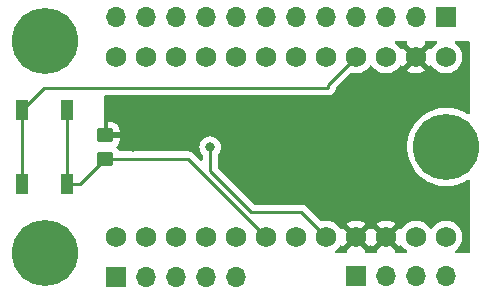
<source format=gbl>
G04 #@! TF.GenerationSoftware,KiCad,Pcbnew,(6.0.10)*
G04 #@! TF.CreationDate,2023-05-08T16:14:21+03:00*
G04 #@! TF.ProjectId,trinteract,7472696e-7465-4726-9163-742e6b696361,rev?*
G04 #@! TF.SameCoordinates,Original*
G04 #@! TF.FileFunction,Copper,L2,Bot*
G04 #@! TF.FilePolarity,Positive*
%FSLAX46Y46*%
G04 Gerber Fmt 4.6, Leading zero omitted, Abs format (unit mm)*
G04 Created by KiCad (PCBNEW (6.0.10)) date 2023-05-08 16:14:21*
%MOMM*%
%LPD*%
G01*
G04 APERTURE LIST*
G04 Aperture macros list*
%AMRoundRect*
0 Rectangle with rounded corners*
0 $1 Rounding radius*
0 $2 $3 $4 $5 $6 $7 $8 $9 X,Y pos of 4 corners*
0 Add a 4 corners polygon primitive as box body*
4,1,4,$2,$3,$4,$5,$6,$7,$8,$9,$2,$3,0*
0 Add four circle primitives for the rounded corners*
1,1,$1+$1,$2,$3*
1,1,$1+$1,$4,$5*
1,1,$1+$1,$6,$7*
1,1,$1+$1,$8,$9*
0 Add four rect primitives between the rounded corners*
20,1,$1+$1,$2,$3,$4,$5,0*
20,1,$1+$1,$4,$5,$6,$7,0*
20,1,$1+$1,$6,$7,$8,$9,0*
20,1,$1+$1,$8,$9,$2,$3,0*%
G04 Aperture macros list end*
G04 #@! TA.AperFunction,ComponentPad*
%ADD10C,5.600000*%
G04 #@! TD*
G04 #@! TA.AperFunction,ComponentPad*
%ADD11C,1.752600*%
G04 #@! TD*
G04 #@! TA.AperFunction,SMDPad,CuDef*
%ADD12R,1.000000X1.700000*%
G04 #@! TD*
G04 #@! TA.AperFunction,ComponentPad*
%ADD13R,1.700000X1.700000*%
G04 #@! TD*
G04 #@! TA.AperFunction,ComponentPad*
%ADD14O,1.700000X1.700000*%
G04 #@! TD*
G04 #@! TA.AperFunction,SMDPad,CuDef*
%ADD15RoundRect,0.250000X0.450000X-0.350000X0.450000X0.350000X-0.450000X0.350000X-0.450000X-0.350000X0*%
G04 #@! TD*
G04 #@! TA.AperFunction,ViaPad*
%ADD16C,0.800000*%
G04 #@! TD*
G04 #@! TA.AperFunction,Conductor*
%ADD17C,0.250000*%
G04 #@! TD*
G04 APERTURE END LIST*
D10*
G04 #@! TO.P,H3,1*
G04 #@! TO.N,N/C*
X159000000Y-101000000D03*
G04 #@! TD*
G04 #@! TO.P,H1,1*
G04 #@! TO.N,N/C*
X125000000Y-92000000D03*
G04 #@! TD*
G04 #@! TO.P,H2,1*
G04 #@! TO.N,N/C*
X125000000Y-110000000D03*
G04 #@! TD*
D11*
G04 #@! TO.P,U2,1,TX*
G04 #@! TO.N,Net-(U2-Pad1)*
X158970000Y-108620000D03*
G04 #@! TO.P,U2,2,RX*
G04 #@! TO.N,Net-(U2-Pad2)*
X156430000Y-108620000D03*
G04 #@! TO.P,U2,3,GND*
G04 #@! TO.N,GND*
X153890000Y-108620000D03*
G04 #@! TO.P,U2,4,GND*
X151350000Y-108620000D03*
G04 #@! TO.P,U2,5,SDA*
G04 #@! TO.N,Net-(R3-Pad2)*
X148810000Y-108620000D03*
G04 #@! TO.P,U2,6,SCL*
G04 #@! TO.N,Net-(R1-Pad2)*
X146270000Y-108620000D03*
G04 #@! TO.P,U2,7,D4*
G04 #@! TO.N,Net-(R4-Pad1)*
X143730000Y-108620000D03*
G04 #@! TO.P,U2,8,D5*
G04 #@! TO.N,Net-(U2-Pad8)*
X141190000Y-108620000D03*
G04 #@! TO.P,U2,9,D6*
G04 #@! TO.N,Net-(U2-Pad9)*
X138650000Y-108620000D03*
G04 #@! TO.P,U2,10,D7*
G04 #@! TO.N,Net-(U2-Pad10)*
X136110000Y-108620000D03*
G04 #@! TO.P,U2,11,D8*
G04 #@! TO.N,Net-(U2-Pad11)*
X133570000Y-108620000D03*
G04 #@! TO.P,U2,12,D9*
G04 #@! TO.N,Net-(U2-Pad12)*
X131030000Y-108620000D03*
G04 #@! TO.P,U2,13,D10*
G04 #@! TO.N,Net-(U2-Pad13)*
X131030000Y-93380000D03*
G04 #@! TO.P,U2,14,MOSI*
G04 #@! TO.N,Net-(U2-Pad14)*
X133570000Y-93380000D03*
G04 #@! TO.P,U2,15,MISO*
G04 #@! TO.N,Net-(U2-Pad15)*
X136110000Y-93380000D03*
G04 #@! TO.P,U2,16,SCLK*
G04 #@! TO.N,Net-(U2-Pad16)*
X138650000Y-93380000D03*
G04 #@! TO.P,U2,17,A0*
G04 #@! TO.N,Net-(U2-Pad17)*
X141190000Y-93380000D03*
G04 #@! TO.P,U2,18,A1*
G04 #@! TO.N,Net-(U2-Pad18)*
X143730000Y-93380000D03*
G04 #@! TO.P,U2,19,A2*
G04 #@! TO.N,Net-(U2-Pad19)*
X146270000Y-93380000D03*
G04 #@! TO.P,U2,20,A3*
G04 #@! TO.N,Net-(U2-Pad20)*
X148810000Y-93380000D03*
G04 #@! TO.P,U2,21,VCC*
G04 #@! TO.N,+3.3V*
X151350000Y-93380000D03*
G04 #@! TO.P,U2,22,RST*
G04 #@! TO.N,Net-(U2-Pad22)*
X153890000Y-93380000D03*
G04 #@! TO.P,U2,23,GND*
G04 #@! TO.N,GND*
X156430000Y-93380000D03*
G04 #@! TO.P,U2,24,RAW*
G04 #@! TO.N,Net-(U2-Pad24)*
X158970000Y-93380000D03*
G04 #@! TD*
D12*
G04 #@! TO.P,SW1,1,1*
G04 #@! TO.N,+3.3V*
X123100000Y-104150000D03*
X123100000Y-97850000D03*
G04 #@! TO.P,SW1,2,2*
G04 #@! TO.N,Net-(R4-Pad1)*
X126900000Y-104150000D03*
X126900000Y-97850000D03*
G04 #@! TD*
D13*
G04 #@! TO.P,J3,1,Pin_1*
G04 #@! TO.N,GND*
X151370000Y-111955000D03*
D14*
G04 #@! TO.P,J3,2,Pin_2*
X153910000Y-111955000D03*
G04 #@! TO.P,J3,3,Pin_3*
G04 #@! TO.N,Net-(U2-Pad2)*
X156450000Y-111955000D03*
G04 #@! TO.P,J3,4,Pin_4*
G04 #@! TO.N,Net-(U2-Pad1)*
X158990000Y-111955000D03*
G04 #@! TD*
D13*
G04 #@! TO.P,J1,1,Pin_1*
G04 #@! TO.N,Net-(U2-Pad24)*
X159000000Y-90000000D03*
D14*
G04 #@! TO.P,J1,2,Pin_2*
G04 #@! TO.N,GND*
X156460000Y-90000000D03*
G04 #@! TO.P,J1,3,Pin_3*
G04 #@! TO.N,Net-(U2-Pad22)*
X153920000Y-90000000D03*
G04 #@! TO.P,J1,4,Pin_4*
G04 #@! TO.N,+3.3V*
X151380000Y-90000000D03*
G04 #@! TO.P,J1,5,Pin_5*
G04 #@! TO.N,Net-(U2-Pad20)*
X148840000Y-90000000D03*
G04 #@! TO.P,J1,6,Pin_6*
G04 #@! TO.N,Net-(U2-Pad19)*
X146300000Y-90000000D03*
G04 #@! TO.P,J1,7,Pin_7*
G04 #@! TO.N,Net-(U2-Pad18)*
X143760000Y-90000000D03*
G04 #@! TO.P,J1,8,Pin_8*
G04 #@! TO.N,Net-(U2-Pad17)*
X141220000Y-90000000D03*
G04 #@! TO.P,J1,9,Pin_9*
G04 #@! TO.N,Net-(U2-Pad16)*
X138680000Y-90000000D03*
G04 #@! TO.P,J1,10,Pin_10*
G04 #@! TO.N,Net-(U2-Pad15)*
X136140000Y-90000000D03*
G04 #@! TO.P,J1,11,Pin_11*
G04 #@! TO.N,Net-(U2-Pad14)*
X133600000Y-90000000D03*
G04 #@! TO.P,J1,12,Pin_12*
G04 #@! TO.N,Net-(U2-Pad13)*
X131060000Y-90000000D03*
G04 #@! TD*
D15*
G04 #@! TO.P,R4,1*
G04 #@! TO.N,Net-(R4-Pad1)*
X130125000Y-102000000D03*
G04 #@! TO.P,R4,2*
G04 #@! TO.N,GND*
X130125000Y-100000000D03*
G04 #@! TD*
D13*
G04 #@! TO.P,J2,1,Pin_1*
G04 #@! TO.N,Net-(U2-Pad12)*
X131025000Y-112000000D03*
D14*
G04 #@! TO.P,J2,2,Pin_2*
G04 #@! TO.N,Net-(U2-Pad11)*
X133565000Y-112000000D03*
G04 #@! TO.P,J2,3,Pin_3*
G04 #@! TO.N,Net-(U2-Pad10)*
X136105000Y-112000000D03*
G04 #@! TO.P,J2,4,Pin_4*
G04 #@! TO.N,Net-(U2-Pad9)*
X138645000Y-112000000D03*
G04 #@! TO.P,J2,5,Pin_5*
G04 #@! TO.N,Net-(U2-Pad8)*
X141185000Y-112000000D03*
G04 #@! TD*
D16*
G04 #@! TO.N,GND*
X132500000Y-101000000D03*
X142000000Y-98500000D03*
X142500000Y-103500000D03*
G04 #@! TO.N,Net-(R3-Pad2)*
X139000000Y-101000000D03*
G04 #@! TD*
D17*
G04 #@! TO.N,+3.3V*
X149000000Y-96000000D02*
X149000000Y-95730000D01*
X124950000Y-96000000D02*
X130000000Y-96000000D01*
X123100000Y-97850000D02*
X123100000Y-104150000D01*
X123100000Y-97850000D02*
X124950000Y-96000000D01*
X129750000Y-96000000D02*
X149000000Y-96000000D01*
X149000000Y-95730000D02*
X151350000Y-93380000D01*
G04 #@! TO.N,Net-(R3-Pad2)*
X139000000Y-103000000D02*
X142500000Y-106500000D01*
X142500000Y-106500000D02*
X146690000Y-106500000D01*
X146690000Y-106500000D02*
X148810000Y-108620000D01*
X139000000Y-101000000D02*
X139000000Y-103000000D01*
G04 #@! TO.N,Net-(R4-Pad1)*
X126900000Y-104150000D02*
X127975000Y-104150000D01*
X130125000Y-102000000D02*
X137110000Y-102000000D01*
X126900000Y-97850000D02*
X126900000Y-104150000D01*
X127975000Y-104150000D02*
X130125000Y-102000000D01*
X137110000Y-102000000D02*
X143730000Y-108620000D01*
G04 #@! TD*
G04 #@! TA.AperFunction,Conductor*
G04 #@! TO.N,GND*
G36*
X155652764Y-92020002D02*
G01*
X155699257Y-92073658D01*
X155709361Y-92143932D01*
X155679867Y-92208512D01*
X155661154Y-92225960D01*
X155652436Y-92237640D01*
X155659180Y-92249970D01*
X156417188Y-93007978D01*
X156431132Y-93015592D01*
X156432965Y-93015461D01*
X156439580Y-93011210D01*
X157202115Y-92248675D01*
X157209136Y-92235819D01*
X157201364Y-92225153D01*
X157201024Y-92224884D01*
X157195790Y-92217502D01*
X157191183Y-92211179D01*
X157191265Y-92211120D01*
X157159960Y-92166968D01*
X157156727Y-92096045D01*
X157192350Y-92034632D01*
X157255521Y-92002229D01*
X157279114Y-92000000D01*
X158123812Y-92000000D01*
X158191933Y-92020002D01*
X158238426Y-92073658D01*
X158248530Y-92143932D01*
X158219036Y-92208512D01*
X158199466Y-92226759D01*
X158047444Y-92340900D01*
X157890120Y-92505530D01*
X157803477Y-92632545D01*
X157748568Y-92677545D01*
X157678044Y-92685716D01*
X157614296Y-92654462D01*
X157593599Y-92629978D01*
X157582083Y-92612178D01*
X157571398Y-92602975D01*
X157561831Y-92607379D01*
X156802022Y-93367188D01*
X156794408Y-93381132D01*
X156794539Y-93382965D01*
X156798790Y-93389580D01*
X157559320Y-94150110D01*
X157571330Y-94156669D01*
X157583071Y-94147700D01*
X157598245Y-94126582D01*
X157654239Y-94082934D01*
X157724942Y-94076487D01*
X157787907Y-94109289D01*
X157808000Y-94134271D01*
X157816747Y-94148545D01*
X157845990Y-94196264D01*
X157848692Y-94200674D01*
X157997786Y-94372793D01*
X158172989Y-94518249D01*
X158177441Y-94520851D01*
X158177446Y-94520854D01*
X158364360Y-94630078D01*
X158369597Y-94633138D01*
X158582329Y-94714372D01*
X158587395Y-94715403D01*
X158587396Y-94715403D01*
X158639630Y-94726030D01*
X158805472Y-94759771D01*
X158930256Y-94764347D01*
X159027870Y-94767927D01*
X159027875Y-94767927D01*
X159033034Y-94768116D01*
X159038154Y-94767460D01*
X159038156Y-94767460D01*
X159145894Y-94753658D01*
X159258903Y-94739181D01*
X159263852Y-94737696D01*
X159263858Y-94737695D01*
X159390204Y-94699789D01*
X159477013Y-94673745D01*
X159681507Y-94573564D01*
X159685711Y-94570566D01*
X159685715Y-94570563D01*
X159772408Y-94508725D01*
X159866893Y-94441330D01*
X160028193Y-94280592D01*
X160161073Y-94095669D01*
X160170543Y-94076509D01*
X160259673Y-93896168D01*
X160259674Y-93896166D01*
X160261967Y-93891526D01*
X160328164Y-93673646D01*
X160328839Y-93668520D01*
X160357450Y-93451201D01*
X160357451Y-93451194D01*
X160357887Y-93447879D01*
X160359546Y-93380000D01*
X160352179Y-93290393D01*
X160341311Y-93158202D01*
X160341310Y-93158196D01*
X160340887Y-93153051D01*
X160306327Y-93015461D01*
X160286672Y-92937208D01*
X160286671Y-92937204D01*
X160285413Y-92932197D01*
X160271497Y-92900192D01*
X160196672Y-92728106D01*
X160196670Y-92728103D01*
X160194612Y-92723369D01*
X160070923Y-92532175D01*
X159917668Y-92363750D01*
X159757984Y-92237640D01*
X159741830Y-92224882D01*
X159700767Y-92166965D01*
X159697535Y-92096042D01*
X159733160Y-92034631D01*
X159796331Y-92002228D01*
X159819922Y-92000000D01*
X160874000Y-92000000D01*
X160942121Y-92020002D01*
X160988614Y-92073658D01*
X161000000Y-92126000D01*
X161000000Y-98119442D01*
X160979998Y-98187563D01*
X160926342Y-98234056D01*
X160856068Y-98244160D01*
X160808917Y-98227332D01*
X160742992Y-98187563D01*
X160630066Y-98119442D01*
X160558443Y-98076236D01*
X160558437Y-98076233D01*
X160555528Y-98074478D01*
X160230475Y-97923593D01*
X160060751Y-97866145D01*
X159894255Y-97809789D01*
X159894250Y-97809788D01*
X159891028Y-97808697D01*
X159692681Y-97764724D01*
X159544493Y-97731871D01*
X159544487Y-97731870D01*
X159541158Y-97731132D01*
X159537769Y-97730758D01*
X159537764Y-97730757D01*
X159188338Y-97692180D01*
X159188333Y-97692180D01*
X159184957Y-97691807D01*
X159181558Y-97691801D01*
X159181557Y-97691801D01*
X159012080Y-97691505D01*
X158826592Y-97691182D01*
X158713413Y-97703277D01*
X158473639Y-97728901D01*
X158473631Y-97728902D01*
X158470256Y-97729263D01*
X158120117Y-97805606D01*
X157780271Y-97919317D01*
X157777178Y-97920739D01*
X157777177Y-97920740D01*
X157770974Y-97923593D01*
X157454694Y-98069066D01*
X157451760Y-98070822D01*
X157451758Y-98070823D01*
X157370522Y-98119442D01*
X157147193Y-98253101D01*
X157144467Y-98255163D01*
X157144465Y-98255164D01*
X157138620Y-98259585D01*
X156861367Y-98469270D01*
X156600559Y-98715043D01*
X156367819Y-98987546D01*
X156165871Y-99283591D01*
X155997077Y-99599714D01*
X155863411Y-99932218D01*
X155862491Y-99935492D01*
X155862489Y-99935497D01*
X155772962Y-100254000D01*
X155766437Y-100277213D01*
X155765875Y-100280570D01*
X155765875Y-100280571D01*
X155745294Y-100403562D01*
X155707290Y-100630663D01*
X155686661Y-100988434D01*
X155704792Y-101346340D01*
X155705329Y-101349695D01*
X155705330Y-101349701D01*
X155736829Y-101546357D01*
X155761470Y-101700195D01*
X155856033Y-102045859D01*
X155987374Y-102379288D01*
X155988957Y-102382303D01*
X156141439Y-102672738D01*
X156153957Y-102696582D01*
X156155858Y-102699411D01*
X156155864Y-102699421D01*
X156234923Y-102817072D01*
X156353834Y-102994029D01*
X156584665Y-103268150D01*
X156843751Y-103515738D01*
X157128061Y-103733897D01*
X157130979Y-103735671D01*
X157431355Y-103918303D01*
X157431360Y-103918306D01*
X157434270Y-103920075D01*
X157437358Y-103921521D01*
X157437357Y-103921521D01*
X157755710Y-104070649D01*
X157755720Y-104070653D01*
X157758794Y-104072093D01*
X157762012Y-104073195D01*
X157762015Y-104073196D01*
X158094615Y-104187071D01*
X158094623Y-104187073D01*
X158097838Y-104188174D01*
X158447435Y-104266959D01*
X158499728Y-104272917D01*
X158800114Y-104307142D01*
X158800122Y-104307142D01*
X158803497Y-104307527D01*
X158806901Y-104307545D01*
X158806904Y-104307545D01*
X159001227Y-104308562D01*
X159161857Y-104309403D01*
X159165243Y-104309053D01*
X159165245Y-104309053D01*
X159514932Y-104272917D01*
X159514941Y-104272916D01*
X159518324Y-104272566D01*
X159521657Y-104271852D01*
X159521660Y-104271851D01*
X159694186Y-104234864D01*
X159868727Y-104197446D01*
X160208968Y-104084922D01*
X160535066Y-103936311D01*
X160722604Y-103824959D01*
X160809672Y-103773262D01*
X160878457Y-103755682D01*
X160945828Y-103778081D01*
X160990394Y-103833348D01*
X161000000Y-103881603D01*
X161000000Y-109874000D01*
X160979998Y-109942121D01*
X160926342Y-109988614D01*
X160874000Y-110000000D01*
X159813758Y-110000000D01*
X159745637Y-109979998D01*
X159699144Y-109926342D01*
X159689040Y-109856068D01*
X159718534Y-109791488D01*
X159740587Y-109771423D01*
X159866893Y-109681330D01*
X160028193Y-109520592D01*
X160161073Y-109335669D01*
X160170543Y-109316509D01*
X160259673Y-109136168D01*
X160259674Y-109136166D01*
X160261967Y-109131526D01*
X160328164Y-108913646D01*
X160328839Y-108908520D01*
X160357450Y-108691201D01*
X160357451Y-108691194D01*
X160357887Y-108687879D01*
X160359546Y-108620000D01*
X160352179Y-108530393D01*
X160341311Y-108398202D01*
X160341310Y-108398196D01*
X160340887Y-108393051D01*
X160306327Y-108255461D01*
X160286672Y-108177208D01*
X160286671Y-108177204D01*
X160285413Y-108172197D01*
X160271497Y-108140192D01*
X160196672Y-107968106D01*
X160196670Y-107968103D01*
X160194612Y-107963369D01*
X160070923Y-107772175D01*
X159917668Y-107603750D01*
X159738963Y-107462618D01*
X159539607Y-107352567D01*
X159332867Y-107279356D01*
X159329829Y-107278280D01*
X159329825Y-107278279D01*
X159324954Y-107276554D01*
X159319861Y-107275647D01*
X159319858Y-107275646D01*
X159105857Y-107237527D01*
X159105851Y-107237526D01*
X159100768Y-107236621D01*
X159013698Y-107235557D01*
X158878239Y-107233902D01*
X158878237Y-107233902D01*
X158873070Y-107233839D01*
X158647976Y-107268283D01*
X158431529Y-107339029D01*
X158229544Y-107444176D01*
X158225411Y-107447279D01*
X158225408Y-107447281D01*
X158128450Y-107520079D01*
X158047444Y-107580900D01*
X157890120Y-107745530D01*
X157887211Y-107749795D01*
X157887209Y-107749798D01*
X157803784Y-107872094D01*
X157748873Y-107917096D01*
X157678348Y-107925267D01*
X157614601Y-107894013D01*
X157593904Y-107869529D01*
X157533731Y-107776515D01*
X157533729Y-107776512D01*
X157530923Y-107772175D01*
X157377668Y-107603750D01*
X157198963Y-107462618D01*
X156999607Y-107352567D01*
X156792867Y-107279356D01*
X156789829Y-107278280D01*
X156789825Y-107278279D01*
X156784954Y-107276554D01*
X156779861Y-107275647D01*
X156779858Y-107275646D01*
X156565857Y-107237527D01*
X156565851Y-107237526D01*
X156560768Y-107236621D01*
X156473698Y-107235557D01*
X156338239Y-107233902D01*
X156338237Y-107233902D01*
X156333070Y-107233839D01*
X156107976Y-107268283D01*
X155891529Y-107339029D01*
X155689544Y-107444176D01*
X155685411Y-107447279D01*
X155685408Y-107447281D01*
X155588450Y-107520079D01*
X155507444Y-107580900D01*
X155350120Y-107745530D01*
X155263477Y-107872545D01*
X155208568Y-107917545D01*
X155138044Y-107925716D01*
X155074296Y-107894462D01*
X155053599Y-107869978D01*
X155042083Y-107852178D01*
X155031398Y-107842975D01*
X155021831Y-107847379D01*
X154262022Y-108607188D01*
X154254408Y-108621132D01*
X154254539Y-108622965D01*
X154258790Y-108629580D01*
X155019320Y-109390110D01*
X155031330Y-109396669D01*
X155043071Y-109387700D01*
X155058245Y-109366582D01*
X155114239Y-109322934D01*
X155184942Y-109316487D01*
X155247907Y-109349289D01*
X155268000Y-109374271D01*
X155276747Y-109388545D01*
X155305990Y-109436264D01*
X155308692Y-109440674D01*
X155457786Y-109612793D01*
X155632989Y-109758249D01*
X155637450Y-109760856D01*
X155637456Y-109760860D01*
X155644903Y-109765212D01*
X155693628Y-109816850D01*
X155706699Y-109886632D01*
X155679968Y-109952405D01*
X155621922Y-109993284D01*
X155581334Y-110000000D01*
X154732897Y-110000000D01*
X154664776Y-109979998D01*
X154618283Y-109926342D01*
X154608179Y-109856068D01*
X154637673Y-109791488D01*
X154657225Y-109773699D01*
X154666504Y-109761881D01*
X154659515Y-109748725D01*
X153902812Y-108992022D01*
X153888868Y-108984408D01*
X153887035Y-108984539D01*
X153880420Y-108988790D01*
X153117510Y-109751700D01*
X153110750Y-109764080D01*
X153130057Y-109789871D01*
X153129533Y-109790263D01*
X153154618Y-109816847D01*
X153167691Y-109886629D01*
X153140962Y-109952402D01*
X153082917Y-109993283D01*
X153042326Y-110000000D01*
X152192897Y-110000000D01*
X152124776Y-109979998D01*
X152078283Y-109926342D01*
X152068179Y-109856068D01*
X152097673Y-109791488D01*
X152117225Y-109773699D01*
X152126504Y-109761881D01*
X152119515Y-109748725D01*
X151362812Y-108992022D01*
X151348868Y-108984408D01*
X151347035Y-108984539D01*
X151340420Y-108988790D01*
X150577510Y-109751700D01*
X150570750Y-109764080D01*
X150590057Y-109789871D01*
X150589533Y-109790263D01*
X150614618Y-109816847D01*
X150627691Y-109886629D01*
X150600962Y-109952402D01*
X150542917Y-109993283D01*
X150502326Y-110000000D01*
X149653758Y-110000000D01*
X149585637Y-109979998D01*
X149539144Y-109926342D01*
X149529040Y-109856068D01*
X149558534Y-109791488D01*
X149580587Y-109771423D01*
X149706893Y-109681330D01*
X149868193Y-109520592D01*
X149958999Y-109394222D01*
X149978845Y-109366603D01*
X150034840Y-109322955D01*
X150105543Y-109316509D01*
X150168508Y-109349312D01*
X150188601Y-109374295D01*
X150197333Y-109388545D01*
X150207790Y-109398006D01*
X150216568Y-109394222D01*
X150977978Y-108632812D01*
X150984356Y-108621132D01*
X151714408Y-108621132D01*
X151714539Y-108622965D01*
X151718790Y-108629580D01*
X152479320Y-109390110D01*
X152491330Y-109396669D01*
X152503070Y-109387700D01*
X152518563Y-109366140D01*
X152574557Y-109322493D01*
X152645261Y-109316047D01*
X152708225Y-109348850D01*
X152728318Y-109373833D01*
X152737333Y-109388545D01*
X152747790Y-109398006D01*
X152756568Y-109394222D01*
X153517978Y-108632812D01*
X153525592Y-108618868D01*
X153525461Y-108617035D01*
X153521210Y-108610420D01*
X152760922Y-107850132D01*
X152749386Y-107843832D01*
X152737102Y-107853456D01*
X152723774Y-107872995D01*
X152668863Y-107917999D01*
X152598338Y-107926171D01*
X152534591Y-107894917D01*
X152513894Y-107870433D01*
X152502085Y-107852179D01*
X152491398Y-107842975D01*
X152481831Y-107847379D01*
X151722022Y-108607188D01*
X151714408Y-108621132D01*
X150984356Y-108621132D01*
X150985592Y-108618868D01*
X150985461Y-108617035D01*
X150981210Y-108610420D01*
X150220922Y-107850132D01*
X150209386Y-107843832D01*
X150197101Y-107853457D01*
X150184078Y-107872548D01*
X150129167Y-107917551D01*
X150058642Y-107925722D01*
X149994895Y-107894468D01*
X149974200Y-107869987D01*
X149910923Y-107772175D01*
X149757668Y-107603750D01*
X149597984Y-107477640D01*
X150572436Y-107477640D01*
X150579180Y-107489970D01*
X151337188Y-108247978D01*
X151351132Y-108255592D01*
X151352965Y-108255461D01*
X151359580Y-108251210D01*
X152122115Y-107488675D01*
X152128142Y-107477640D01*
X153112436Y-107477640D01*
X153119180Y-107489970D01*
X153877188Y-108247978D01*
X153891132Y-108255592D01*
X153892965Y-108255461D01*
X153899580Y-108251210D01*
X154662115Y-107488675D01*
X154669136Y-107475819D01*
X154661607Y-107465486D01*
X154654156Y-107460536D01*
X154463932Y-107355526D01*
X154454523Y-107351298D01*
X154249697Y-107278765D01*
X154239734Y-107276133D01*
X154025810Y-107238027D01*
X154015557Y-107237058D01*
X153798274Y-107234403D01*
X153787991Y-107235123D01*
X153573205Y-107267990D01*
X153563177Y-107270379D01*
X153356638Y-107337886D01*
X153347141Y-107341878D01*
X153154400Y-107442211D01*
X153145672Y-107447708D01*
X153120889Y-107466315D01*
X153112436Y-107477640D01*
X152128142Y-107477640D01*
X152129136Y-107475819D01*
X152121607Y-107465486D01*
X152114156Y-107460536D01*
X151923932Y-107355526D01*
X151914523Y-107351298D01*
X151709697Y-107278765D01*
X151699734Y-107276133D01*
X151485810Y-107238027D01*
X151475557Y-107237058D01*
X151258274Y-107234403D01*
X151247991Y-107235123D01*
X151033205Y-107267990D01*
X151023177Y-107270379D01*
X150816638Y-107337886D01*
X150807141Y-107341878D01*
X150614400Y-107442211D01*
X150605672Y-107447708D01*
X150580889Y-107466315D01*
X150572436Y-107477640D01*
X149597984Y-107477640D01*
X149578963Y-107462618D01*
X149379607Y-107352567D01*
X149172867Y-107279356D01*
X149169829Y-107278280D01*
X149169825Y-107278279D01*
X149164954Y-107276554D01*
X149159861Y-107275647D01*
X149159858Y-107275646D01*
X148945857Y-107237527D01*
X148945851Y-107237526D01*
X148940768Y-107236621D01*
X148853698Y-107235557D01*
X148718239Y-107233902D01*
X148718237Y-107233902D01*
X148713070Y-107233839D01*
X148487976Y-107268283D01*
X148465449Y-107275646D01*
X148460679Y-107277205D01*
X148389715Y-107279356D01*
X148332439Y-107246535D01*
X147193652Y-106107747D01*
X147186112Y-106099461D01*
X147182000Y-106092982D01*
X147132348Y-106046356D01*
X147129507Y-106043602D01*
X147109770Y-106023865D01*
X147106573Y-106021385D01*
X147097551Y-106013680D01*
X147071100Y-105988841D01*
X147065321Y-105983414D01*
X147058375Y-105979595D01*
X147058372Y-105979593D01*
X147047566Y-105973652D01*
X147031047Y-105962801D01*
X147030583Y-105962441D01*
X147015041Y-105950386D01*
X147007772Y-105947241D01*
X147007768Y-105947238D01*
X146974463Y-105932826D01*
X146963813Y-105927609D01*
X146925060Y-105906305D01*
X146905437Y-105901267D01*
X146886734Y-105894863D01*
X146875420Y-105889967D01*
X146875419Y-105889967D01*
X146868145Y-105886819D01*
X146860322Y-105885580D01*
X146860312Y-105885577D01*
X146824476Y-105879901D01*
X146812856Y-105877495D01*
X146777711Y-105868472D01*
X146777710Y-105868472D01*
X146770030Y-105866500D01*
X146749776Y-105866500D01*
X146730065Y-105864949D01*
X146717886Y-105863020D01*
X146710057Y-105861780D01*
X146702165Y-105862526D01*
X146666039Y-105865941D01*
X146654181Y-105866500D01*
X142814595Y-105866500D01*
X142746474Y-105846498D01*
X142725500Y-105829595D01*
X139670405Y-102774500D01*
X139636379Y-102712188D01*
X139633500Y-102685405D01*
X139633500Y-101702524D01*
X139653502Y-101634403D01*
X139665858Y-101618221D01*
X139739040Y-101536944D01*
X139802168Y-101427604D01*
X139831223Y-101377279D01*
X139831224Y-101377278D01*
X139834527Y-101371556D01*
X139893542Y-101189928D01*
X139895043Y-101175652D01*
X139912814Y-101006565D01*
X139913504Y-101000000D01*
X139893542Y-100810072D01*
X139834527Y-100628444D01*
X139739040Y-100463056D01*
X139685472Y-100403562D01*
X139615675Y-100326045D01*
X139615674Y-100326044D01*
X139611253Y-100321134D01*
X139456752Y-100208882D01*
X139450724Y-100206198D01*
X139450722Y-100206197D01*
X139288319Y-100133891D01*
X139288318Y-100133891D01*
X139282288Y-100131206D01*
X139188887Y-100111353D01*
X139101944Y-100092872D01*
X139101939Y-100092872D01*
X139095487Y-100091500D01*
X138904513Y-100091500D01*
X138898061Y-100092872D01*
X138898056Y-100092872D01*
X138811113Y-100111353D01*
X138717712Y-100131206D01*
X138711682Y-100133891D01*
X138711681Y-100133891D01*
X138549278Y-100206197D01*
X138549276Y-100206198D01*
X138543248Y-100208882D01*
X138388747Y-100321134D01*
X138384326Y-100326044D01*
X138384325Y-100326045D01*
X138314529Y-100403562D01*
X138260960Y-100463056D01*
X138165473Y-100628444D01*
X138106458Y-100810072D01*
X138086496Y-101000000D01*
X138087186Y-101006565D01*
X138104958Y-101175652D01*
X138106458Y-101189928D01*
X138165473Y-101371556D01*
X138168776Y-101377278D01*
X138168777Y-101377279D01*
X138197832Y-101427604D01*
X138260960Y-101536944D01*
X138334137Y-101618215D01*
X138364853Y-101682221D01*
X138366500Y-101702524D01*
X138366500Y-102056405D01*
X138346498Y-102124526D01*
X138292842Y-102171019D01*
X138222568Y-102181123D01*
X138157988Y-102151629D01*
X138151405Y-102145500D01*
X137613652Y-101607747D01*
X137606112Y-101599461D01*
X137602000Y-101592982D01*
X137552348Y-101546356D01*
X137549507Y-101543602D01*
X137529770Y-101523865D01*
X137526573Y-101521385D01*
X137517551Y-101513680D01*
X137491100Y-101488841D01*
X137485321Y-101483414D01*
X137478375Y-101479595D01*
X137478372Y-101479593D01*
X137467566Y-101473652D01*
X137451047Y-101462801D01*
X137450583Y-101462441D01*
X137435041Y-101450386D01*
X137427772Y-101447241D01*
X137427768Y-101447238D01*
X137394463Y-101432826D01*
X137383813Y-101427609D01*
X137345060Y-101406305D01*
X137325437Y-101401267D01*
X137306734Y-101394863D01*
X137295420Y-101389967D01*
X137295419Y-101389967D01*
X137288145Y-101386819D01*
X137280322Y-101385580D01*
X137280312Y-101385577D01*
X137244476Y-101379901D01*
X137232856Y-101377495D01*
X137197711Y-101368472D01*
X137197710Y-101368472D01*
X137190030Y-101366500D01*
X137169776Y-101366500D01*
X137150065Y-101364949D01*
X137137886Y-101363020D01*
X137130057Y-101361780D01*
X137093127Y-101365271D01*
X137086039Y-101365941D01*
X137074181Y-101366500D01*
X131361781Y-101366500D01*
X131293660Y-101346498D01*
X131254637Y-101306803D01*
X131177332Y-101181880D01*
X131173478Y-101175652D01*
X131086537Y-101088862D01*
X131052458Y-101026579D01*
X131057461Y-100955759D01*
X131086382Y-100910671D01*
X131168739Y-100828171D01*
X131177751Y-100816760D01*
X131262816Y-100678757D01*
X131268963Y-100665576D01*
X131320138Y-100511290D01*
X131323005Y-100497914D01*
X131332672Y-100403562D01*
X131333000Y-100397146D01*
X131333000Y-100272115D01*
X131328525Y-100256876D01*
X131327135Y-100255671D01*
X131319452Y-100254000D01*
X130000000Y-100254000D01*
X130000000Y-99727885D01*
X130379000Y-99727885D01*
X130383475Y-99743124D01*
X130384865Y-99744329D01*
X130392548Y-99746000D01*
X131314884Y-99746000D01*
X131330123Y-99741525D01*
X131331328Y-99740135D01*
X131332999Y-99732452D01*
X131332999Y-99602905D01*
X131332662Y-99596386D01*
X131322743Y-99500794D01*
X131319851Y-99487400D01*
X131268412Y-99333216D01*
X131262239Y-99320038D01*
X131176937Y-99182193D01*
X131167901Y-99170792D01*
X131053171Y-99056261D01*
X131041760Y-99047249D01*
X130903757Y-98962184D01*
X130890576Y-98956037D01*
X130736290Y-98904862D01*
X130722914Y-98901995D01*
X130628562Y-98892328D01*
X130622145Y-98892000D01*
X130397115Y-98892000D01*
X130381876Y-98896475D01*
X130380671Y-98897865D01*
X130379000Y-98905548D01*
X130379000Y-99727885D01*
X130000000Y-99727885D01*
X130000000Y-96759500D01*
X130020002Y-96691379D01*
X130073658Y-96644886D01*
X130126000Y-96633500D01*
X148928207Y-96633500D01*
X148951816Y-96635732D01*
X148952119Y-96635790D01*
X148952123Y-96635790D01*
X148959906Y-96637275D01*
X149015951Y-96633749D01*
X149023862Y-96633500D01*
X149039856Y-96633500D01*
X149055730Y-96631494D01*
X149063590Y-96630752D01*
X149091049Y-96629024D01*
X149111737Y-96627723D01*
X149111738Y-96627723D01*
X149119650Y-96627225D01*
X149127191Y-96624775D01*
X149127487Y-96624679D01*
X149150631Y-96619506D01*
X149150935Y-96619468D01*
X149150940Y-96619467D01*
X149158797Y-96618474D01*
X149166162Y-96615558D01*
X149166166Y-96615557D01*
X149211011Y-96597801D01*
X149218430Y-96595129D01*
X149271875Y-96577764D01*
X149278572Y-96573514D01*
X149278831Y-96573350D01*
X149299958Y-96562585D01*
X149300246Y-96562471D01*
X149300251Y-96562468D01*
X149307617Y-96559552D01*
X149314025Y-96554896D01*
X149314031Y-96554893D01*
X149353052Y-96526542D01*
X149359589Y-96522099D01*
X149407018Y-96492000D01*
X149412659Y-96485993D01*
X149430446Y-96470312D01*
X149430691Y-96470134D01*
X149430693Y-96470132D01*
X149437107Y-96465472D01*
X149442162Y-96459362D01*
X149472903Y-96422204D01*
X149478134Y-96416270D01*
X149511158Y-96381102D01*
X149511160Y-96381099D01*
X149516586Y-96375321D01*
X149520558Y-96368097D01*
X149533881Y-96348494D01*
X149534080Y-96348254D01*
X149534084Y-96348247D01*
X149539133Y-96342144D01*
X149563047Y-96291324D01*
X149566629Y-96284292D01*
X149593695Y-96235060D01*
X149595665Y-96227385D01*
X149595668Y-96227379D01*
X149595744Y-96227081D01*
X149603776Y-96204772D01*
X149603906Y-96204497D01*
X149603909Y-96204489D01*
X149607283Y-96197318D01*
X149617806Y-96142151D01*
X149619532Y-96134429D01*
X149631529Y-96087707D01*
X149631529Y-96087706D01*
X149633500Y-96080030D01*
X149633500Y-96071793D01*
X149635732Y-96048184D01*
X149635790Y-96047881D01*
X149635790Y-96047877D01*
X149637275Y-96040094D01*
X149636847Y-96033289D01*
X149660920Y-95967021D01*
X149673335Y-95952570D01*
X150872247Y-94753658D01*
X150934559Y-94719632D01*
X150986462Y-94719282D01*
X151024954Y-94727113D01*
X151185472Y-94759771D01*
X151310256Y-94764347D01*
X151407870Y-94767927D01*
X151407875Y-94767927D01*
X151413034Y-94768116D01*
X151418154Y-94767460D01*
X151418156Y-94767460D01*
X151525894Y-94753658D01*
X151638903Y-94739181D01*
X151643852Y-94737696D01*
X151643858Y-94737695D01*
X151770204Y-94699789D01*
X151857013Y-94673745D01*
X152061507Y-94573564D01*
X152065711Y-94570566D01*
X152065715Y-94570563D01*
X152152408Y-94508725D01*
X152246893Y-94441330D01*
X152408193Y-94280592D01*
X152518528Y-94127044D01*
X152574523Y-94083396D01*
X152645226Y-94076950D01*
X152708191Y-94109753D01*
X152728283Y-94134735D01*
X152765989Y-94196264D01*
X152765992Y-94196269D01*
X152768692Y-94200674D01*
X152917786Y-94372793D01*
X153092989Y-94518249D01*
X153097441Y-94520851D01*
X153097446Y-94520854D01*
X153284360Y-94630078D01*
X153289597Y-94633138D01*
X153502329Y-94714372D01*
X153507395Y-94715403D01*
X153507396Y-94715403D01*
X153559630Y-94726030D01*
X153725472Y-94759771D01*
X153850256Y-94764347D01*
X153947870Y-94767927D01*
X153947875Y-94767927D01*
X153953034Y-94768116D01*
X153958154Y-94767460D01*
X153958156Y-94767460D01*
X154065894Y-94753658D01*
X154178903Y-94739181D01*
X154183852Y-94737696D01*
X154183858Y-94737695D01*
X154310204Y-94699789D01*
X154397013Y-94673745D01*
X154601507Y-94573564D01*
X154605711Y-94570566D01*
X154605715Y-94570563D01*
X154670881Y-94524080D01*
X155650750Y-94524080D01*
X155656031Y-94531134D01*
X155825353Y-94630078D01*
X155834640Y-94634528D01*
X156037638Y-94712045D01*
X156047540Y-94714922D01*
X156260456Y-94758240D01*
X156270708Y-94759463D01*
X156487847Y-94767425D01*
X156498133Y-94766958D01*
X156713670Y-94739347D01*
X156723748Y-94737205D01*
X156931877Y-94674763D01*
X156941475Y-94671002D01*
X157136615Y-94575404D01*
X157145454Y-94570135D01*
X157198104Y-94532580D01*
X157206504Y-94521881D01*
X157199515Y-94508725D01*
X156442812Y-93752022D01*
X156428868Y-93744408D01*
X156427035Y-93744539D01*
X156420420Y-93748790D01*
X155657510Y-94511700D01*
X155650750Y-94524080D01*
X154670881Y-94524080D01*
X154692408Y-94508725D01*
X154786893Y-94441330D01*
X154948193Y-94280592D01*
X155038999Y-94154222D01*
X155058845Y-94126603D01*
X155114840Y-94082955D01*
X155185543Y-94076509D01*
X155248508Y-94109312D01*
X155268601Y-94134295D01*
X155277333Y-94148545D01*
X155287790Y-94158006D01*
X155296568Y-94154222D01*
X156057978Y-93392812D01*
X156065592Y-93378868D01*
X156065461Y-93377035D01*
X156061210Y-93370420D01*
X155300922Y-92610132D01*
X155289386Y-92603832D01*
X155277101Y-92613457D01*
X155264078Y-92632548D01*
X155209167Y-92677551D01*
X155138642Y-92685722D01*
X155074895Y-92654468D01*
X155054200Y-92629987D01*
X154990923Y-92532175D01*
X154837668Y-92363750D01*
X154677984Y-92237640D01*
X154661830Y-92224882D01*
X154620767Y-92166965D01*
X154617535Y-92096042D01*
X154653160Y-92034631D01*
X154716331Y-92002228D01*
X154739922Y-92000000D01*
X155584643Y-92000000D01*
X155652764Y-92020002D01*
G37*
G04 #@! TD.AperFunction*
G04 #@! TD*
M02*

</source>
